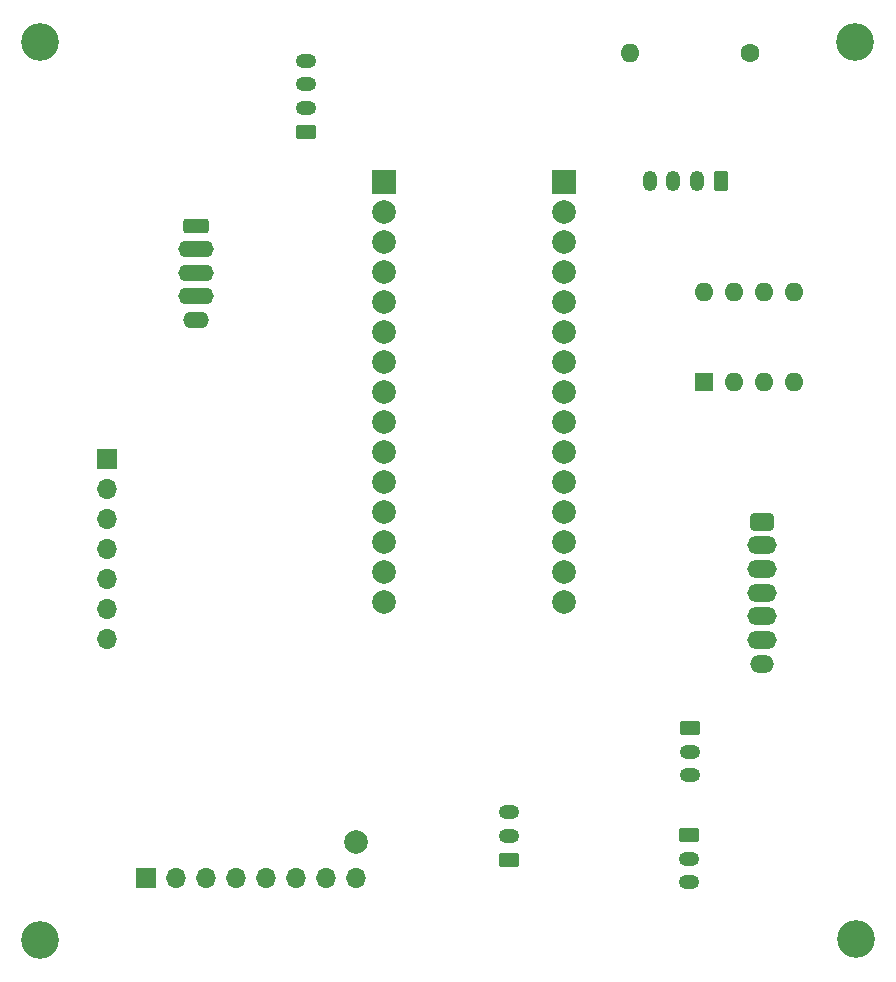
<source format=gbr>
%TF.GenerationSoftware,KiCad,Pcbnew,(6.0.0)*%
%TF.CreationDate,2022-05-13T15:12:09+02:00*%
%TF.ProjectId,Carte Odom_trie V2,43617274-6520-44f6-946f-6de974726965,rev?*%
%TF.SameCoordinates,Original*%
%TF.FileFunction,Soldermask,Top*%
%TF.FilePolarity,Negative*%
%FSLAX46Y46*%
G04 Gerber Fmt 4.6, Leading zero omitted, Abs format (unit mm)*
G04 Created by KiCad (PCBNEW (6.0.0)) date 2022-05-13 15:12:09*
%MOMM*%
%LPD*%
G01*
G04 APERTURE LIST*
G04 Aperture macros list*
%AMRoundRect*
0 Rectangle with rounded corners*
0 $1 Rounding radius*
0 $2 $3 $4 $5 $6 $7 $8 $9 X,Y pos of 4 corners*
0 Add a 4 corners polygon primitive as box body*
4,1,4,$2,$3,$4,$5,$6,$7,$8,$9,$2,$3,0*
0 Add four circle primitives for the rounded corners*
1,1,$1+$1,$2,$3*
1,1,$1+$1,$4,$5*
1,1,$1+$1,$6,$7*
1,1,$1+$1,$8,$9*
0 Add four rect primitives between the rounded corners*
20,1,$1+$1,$2,$3,$4,$5,0*
20,1,$1+$1,$4,$5,$6,$7,0*
20,1,$1+$1,$6,$7,$8,$9,0*
20,1,$1+$1,$8,$9,$2,$3,0*%
G04 Aperture macros list end*
%ADD10R,1.700000X1.700000*%
%ADD11O,1.700000X1.700000*%
%ADD12RoundRect,0.250000X0.625000X-0.350000X0.625000X0.350000X-0.625000X0.350000X-0.625000X-0.350000X0*%
%ADD13O,1.750000X1.200000*%
%ADD14RoundRect,0.250000X0.350000X0.625000X-0.350000X0.625000X-0.350000X-0.625000X0.350000X-0.625000X0*%
%ADD15O,1.200000X1.750000*%
%ADD16C,2.000000*%
%ADD17RoundRect,0.312500X-0.687500X0.437500X-0.687500X-0.437500X0.687500X-0.437500X0.687500X0.437500X0*%
%ADD18O,2.500000X1.500000*%
%ADD19O,2.000000X1.500000*%
%ADD20RoundRect,0.250000X-0.850000X0.350000X-0.850000X-0.350000X0.850000X-0.350000X0.850000X0.350000X0*%
%ADD21O,3.000000X1.400000*%
%ADD22O,2.200000X1.400000*%
%ADD23RoundRect,0.250000X-0.625000X0.350000X-0.625000X-0.350000X0.625000X-0.350000X0.625000X0.350000X0*%
%ADD24R,2.000000X2.000000*%
%ADD25C,1.600000*%
%ADD26O,1.600000X1.600000*%
%ADD27R,1.600000X1.600000*%
%ADD28C,3.200000*%
G04 APERTURE END LIST*
D10*
%TO.C,Giroscope1*%
X137622720Y-107335000D03*
D11*
X137622720Y-109875000D03*
X137622720Y-112415000D03*
X137622720Y-114955000D03*
X137622720Y-117495000D03*
X137622720Y-120035000D03*
X137622720Y-122575000D03*
%TD*%
D12*
%TO.C,J3*%
X171704000Y-141224000D03*
D13*
X171704000Y-139224000D03*
X171704000Y-137224000D03*
%TD*%
D14*
%TO.C,BUS_CAN1*%
X189600000Y-83800000D03*
D15*
X187600000Y-83800000D03*
X185600000Y-83800000D03*
X183600000Y-83800000D03*
%TD*%
D16*
%TO.C,TP1*%
X158750000Y-139700000D03*
%TD*%
D17*
%TO.C,Capt_Optiq1*%
X193084200Y-112617000D03*
D18*
X193084200Y-114617000D03*
X193084200Y-116617000D03*
X193084200Y-118617000D03*
X193084200Y-120617000D03*
X193084200Y-122617000D03*
D19*
X193084200Y-124617000D03*
%TD*%
D20*
%TO.C,LIDAR1*%
X145217720Y-87535000D03*
D21*
X145217720Y-89535000D03*
X145217720Y-91535000D03*
X145217720Y-93535000D03*
D22*
X145217720Y-95535000D03*
%TD*%
D23*
%TO.C,J2*%
X186925000Y-139150000D03*
D13*
X186925000Y-141150000D03*
X186925000Y-143150000D03*
%TD*%
D23*
%TO.C,J1*%
X186986000Y-130080000D03*
D13*
X186986000Y-132080000D03*
X186986000Y-134080000D03*
%TD*%
D24*
%TO.C,A1*%
X161092720Y-83820000D03*
D16*
X161092720Y-86360000D03*
X161092720Y-88900000D03*
X161092720Y-91440000D03*
X161092720Y-93980000D03*
X161092720Y-96520000D03*
X161092720Y-99060000D03*
X161092720Y-101600000D03*
X161092720Y-104140000D03*
X161092720Y-106680000D03*
X161092720Y-109220000D03*
X161092720Y-111760000D03*
X161092720Y-114300000D03*
X161092720Y-116840000D03*
X161092720Y-119380000D03*
D24*
X176332720Y-83820000D03*
D16*
X176332720Y-86360000D03*
X176332720Y-88900000D03*
X176332720Y-91440000D03*
X176332720Y-93980000D03*
X176332720Y-96520000D03*
X176332720Y-99060000D03*
X176332720Y-101600000D03*
X176332720Y-104140000D03*
X176332720Y-106680000D03*
X176332720Y-109220000D03*
X176332720Y-111760000D03*
X176332720Y-114300000D03*
X176332720Y-116840000D03*
X176332720Y-119380000D03*
%TD*%
D12*
%TO.C,TOF1*%
X154525000Y-79575000D03*
D13*
X154525000Y-77575000D03*
X154525000Y-75575000D03*
X154525000Y-73575000D03*
%TD*%
D25*
%TO.C,R3*%
X192080000Y-72900000D03*
D26*
X181920000Y-72900000D03*
%TD*%
D10*
%TO.C,Acc\u00E9lerom\u00E8tre1*%
X140960000Y-142800000D03*
D11*
X143500000Y-142800000D03*
X146040000Y-142800000D03*
X148580000Y-142800000D03*
X151120000Y-142800000D03*
X153660000Y-142800000D03*
X156200000Y-142800000D03*
X158740000Y-142800000D03*
%TD*%
D27*
%TO.C,U1*%
X188200000Y-100800000D03*
D26*
X190740000Y-100800000D03*
X193280000Y-100800000D03*
X195820000Y-100800000D03*
X195820000Y-93180000D03*
X193280000Y-93180000D03*
X190740000Y-93180000D03*
X188200000Y-93180000D03*
%TD*%
D28*
%TO.C,REF*%
X132000000Y-72000000D03*
%TD*%
%TO.C,REF*%
X201075000Y-147950000D03*
%TD*%
%TO.C,REF*%
X132000000Y-148000000D03*
%TD*%
%TO.C,REF*%
X201000000Y-72000000D03*
%TD*%
M02*

</source>
